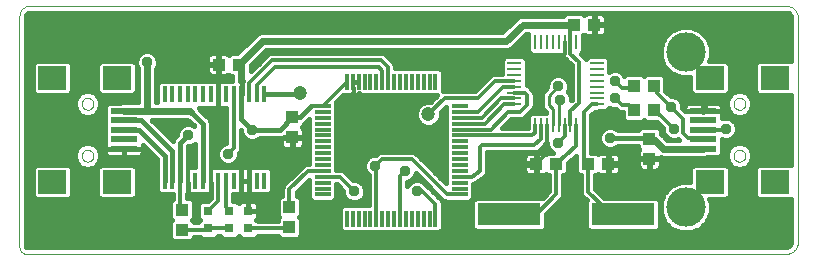
<source format=gtl>
G75*
%MOIN*%
%OFA0B0*%
%FSLAX24Y24*%
%IPPOS*%
%LPD*%
%AMOC8*
5,1,8,0,0,1.08239X$1,22.5*
%
%ADD10C,0.0000*%
%ADD11R,0.0394X0.0433*%
%ADD12R,0.0433X0.0394*%
%ADD13R,0.0315X0.0315*%
%ADD14R,0.0137X0.0550*%
%ADD15R,0.0118X0.0551*%
%ADD16R,0.0551X0.0118*%
%ADD17R,0.0945X0.0787*%
%ADD18R,0.0909X0.0197*%
%ADD19R,0.2100X0.0760*%
%ADD20R,0.0100X0.0450*%
%ADD21R,0.0450X0.0100*%
%ADD22C,0.1310*%
%ADD23C,0.0120*%
%ADD24C,0.0376*%
%ADD25C,0.0100*%
%ADD26C,0.0240*%
%ADD27C,0.0160*%
%ADD28C,0.0472*%
D10*
X000872Y000527D02*
X026208Y000527D01*
X026208Y000528D02*
X026246Y000530D01*
X026283Y000535D01*
X026320Y000545D01*
X026356Y000557D01*
X026390Y000574D01*
X026422Y000593D01*
X026453Y000616D01*
X026481Y000641D01*
X026506Y000669D01*
X026529Y000700D01*
X026548Y000732D01*
X026565Y000766D01*
X026577Y000802D01*
X026587Y000839D01*
X026592Y000876D01*
X026594Y000914D01*
X026594Y008399D01*
X026592Y008438D01*
X026586Y008476D01*
X026577Y008514D01*
X026564Y008551D01*
X026547Y008586D01*
X026527Y008619D01*
X026504Y008650D01*
X026478Y008679D01*
X026449Y008705D01*
X026418Y008728D01*
X026385Y008748D01*
X026350Y008765D01*
X026313Y008778D01*
X026275Y008787D01*
X026237Y008793D01*
X026198Y008795D01*
X000984Y008795D01*
X000949Y008793D01*
X000915Y008788D01*
X000881Y008779D01*
X000848Y008766D01*
X000817Y008750D01*
X000788Y008731D01*
X000761Y008709D01*
X000736Y008684D01*
X000714Y008657D01*
X000695Y008628D01*
X000679Y008597D01*
X000666Y008564D01*
X000657Y008530D01*
X000652Y008496D01*
X000650Y008461D01*
X000649Y008461D02*
X000649Y000750D01*
X000651Y000721D01*
X000657Y000692D01*
X000666Y000665D01*
X000679Y000639D01*
X000695Y000614D01*
X000714Y000592D01*
X000736Y000573D01*
X000760Y000557D01*
X000787Y000544D01*
X000814Y000535D01*
X000843Y000529D01*
X000872Y000527D01*
X002721Y003795D02*
X002723Y003822D01*
X002729Y003849D01*
X002738Y003875D01*
X002751Y003899D01*
X002767Y003922D01*
X002786Y003941D01*
X002808Y003958D01*
X002832Y003972D01*
X002857Y003982D01*
X002884Y003989D01*
X002911Y003992D01*
X002939Y003991D01*
X002966Y003986D01*
X002992Y003978D01*
X003016Y003966D01*
X003039Y003950D01*
X003060Y003932D01*
X003077Y003911D01*
X003092Y003887D01*
X003103Y003862D01*
X003111Y003836D01*
X003115Y003809D01*
X003115Y003781D01*
X003111Y003754D01*
X003103Y003728D01*
X003092Y003703D01*
X003077Y003679D01*
X003060Y003658D01*
X003039Y003640D01*
X003017Y003624D01*
X002992Y003612D01*
X002966Y003604D01*
X002939Y003599D01*
X002911Y003598D01*
X002884Y003601D01*
X002857Y003608D01*
X002832Y003618D01*
X002808Y003632D01*
X002786Y003649D01*
X002767Y003668D01*
X002751Y003691D01*
X002738Y003715D01*
X002729Y003741D01*
X002723Y003768D01*
X002721Y003795D01*
X002721Y005527D02*
X002723Y005554D01*
X002729Y005581D01*
X002738Y005607D01*
X002751Y005631D01*
X002767Y005654D01*
X002786Y005673D01*
X002808Y005690D01*
X002832Y005704D01*
X002857Y005714D01*
X002884Y005721D01*
X002911Y005724D01*
X002939Y005723D01*
X002966Y005718D01*
X002992Y005710D01*
X003016Y005698D01*
X003039Y005682D01*
X003060Y005664D01*
X003077Y005643D01*
X003092Y005619D01*
X003103Y005594D01*
X003111Y005568D01*
X003115Y005541D01*
X003115Y005513D01*
X003111Y005486D01*
X003103Y005460D01*
X003092Y005435D01*
X003077Y005411D01*
X003060Y005390D01*
X003039Y005372D01*
X003017Y005356D01*
X002992Y005344D01*
X002966Y005336D01*
X002939Y005331D01*
X002911Y005330D01*
X002884Y005333D01*
X002857Y005340D01*
X002832Y005350D01*
X002808Y005364D01*
X002786Y005381D01*
X002767Y005400D01*
X002751Y005423D01*
X002738Y005447D01*
X002729Y005473D01*
X002723Y005500D01*
X002721Y005527D01*
X024452Y005527D02*
X024454Y005554D01*
X024460Y005581D01*
X024469Y005607D01*
X024482Y005631D01*
X024498Y005654D01*
X024517Y005673D01*
X024539Y005690D01*
X024563Y005704D01*
X024588Y005714D01*
X024615Y005721D01*
X024642Y005724D01*
X024670Y005723D01*
X024697Y005718D01*
X024723Y005710D01*
X024747Y005698D01*
X024770Y005682D01*
X024791Y005664D01*
X024808Y005643D01*
X024823Y005619D01*
X024834Y005594D01*
X024842Y005568D01*
X024846Y005541D01*
X024846Y005513D01*
X024842Y005486D01*
X024834Y005460D01*
X024823Y005435D01*
X024808Y005411D01*
X024791Y005390D01*
X024770Y005372D01*
X024748Y005356D01*
X024723Y005344D01*
X024697Y005336D01*
X024670Y005331D01*
X024642Y005330D01*
X024615Y005333D01*
X024588Y005340D01*
X024563Y005350D01*
X024539Y005364D01*
X024517Y005381D01*
X024498Y005400D01*
X024482Y005423D01*
X024469Y005447D01*
X024460Y005473D01*
X024454Y005500D01*
X024452Y005527D01*
X024452Y003795D02*
X024454Y003822D01*
X024460Y003849D01*
X024469Y003875D01*
X024482Y003899D01*
X024498Y003922D01*
X024517Y003941D01*
X024539Y003958D01*
X024563Y003972D01*
X024588Y003982D01*
X024615Y003989D01*
X024642Y003992D01*
X024670Y003991D01*
X024697Y003986D01*
X024723Y003978D01*
X024747Y003966D01*
X024770Y003950D01*
X024791Y003932D01*
X024808Y003911D01*
X024823Y003887D01*
X024834Y003862D01*
X024842Y003836D01*
X024846Y003809D01*
X024846Y003781D01*
X024842Y003754D01*
X024834Y003728D01*
X024823Y003703D01*
X024808Y003679D01*
X024791Y003658D01*
X024770Y003640D01*
X024748Y003624D01*
X024723Y003612D01*
X024697Y003604D01*
X024670Y003599D01*
X024642Y003598D01*
X024615Y003601D01*
X024588Y003608D01*
X024563Y003618D01*
X024539Y003632D01*
X024517Y003649D01*
X024498Y003668D01*
X024482Y003691D01*
X024469Y003715D01*
X024460Y003741D01*
X024454Y003768D01*
X024452Y003795D01*
D11*
X021649Y003698D03*
X021649Y004367D03*
X021803Y005324D03*
X021134Y005324D03*
X021134Y006121D03*
X021803Y006121D03*
X009748Y005078D03*
X009748Y004408D03*
D12*
X009649Y002080D03*
X009649Y001410D03*
X006071Y001332D03*
X006071Y002001D03*
X017874Y003520D03*
X018543Y003520D03*
X019606Y003520D03*
X020275Y003520D03*
X007962Y006836D03*
X007293Y006836D03*
X019134Y008165D03*
X019803Y008165D03*
D13*
X008274Y001961D03*
X007649Y001961D03*
X006946Y001961D03*
X006946Y001371D03*
X007649Y001371D03*
X008274Y001371D03*
D14*
X008301Y002963D03*
X008045Y002963D03*
X007789Y002963D03*
X007533Y002963D03*
X007277Y002963D03*
X007022Y002963D03*
X006766Y002963D03*
X006510Y002963D03*
X006254Y002963D03*
X005998Y002963D03*
X005742Y002963D03*
X005486Y002963D03*
X008557Y002963D03*
X008813Y002963D03*
X008813Y005842D03*
X008557Y005842D03*
X008301Y005842D03*
X008045Y005842D03*
X007789Y005842D03*
X007533Y005842D03*
X007277Y005842D03*
X007022Y005842D03*
X006766Y005842D03*
X006510Y005842D03*
X006254Y005842D03*
X005998Y005842D03*
X005742Y005842D03*
X005486Y005842D03*
D15*
X011562Y006265D03*
X011759Y006265D03*
X011956Y006265D03*
X012152Y006265D03*
X012349Y006265D03*
X012546Y006265D03*
X012743Y006265D03*
X012940Y006265D03*
X013137Y006265D03*
X013334Y006265D03*
X013530Y006265D03*
X013727Y006265D03*
X013924Y006265D03*
X014121Y006265D03*
X014318Y006265D03*
X014515Y006265D03*
X014515Y001698D03*
X014318Y001698D03*
X014121Y001698D03*
X013924Y001698D03*
X013727Y001698D03*
X013530Y001698D03*
X013334Y001698D03*
X013137Y001698D03*
X012940Y001698D03*
X012743Y001698D03*
X012546Y001698D03*
X012349Y001698D03*
X012152Y001698D03*
X011956Y001698D03*
X011759Y001698D03*
X011562Y001698D03*
D16*
X010755Y002505D03*
X010755Y002702D03*
X010755Y002899D03*
X010755Y003095D03*
X010755Y003292D03*
X010755Y003489D03*
X010755Y003686D03*
X010755Y003883D03*
X010755Y004080D03*
X010755Y004276D03*
X010755Y004473D03*
X010755Y004670D03*
X010755Y004867D03*
X010755Y005064D03*
X010755Y005261D03*
X010755Y005458D03*
X015322Y005458D03*
X015322Y005261D03*
X015322Y005064D03*
X015322Y004867D03*
X015322Y004670D03*
X015322Y004473D03*
X015322Y004276D03*
X015322Y004080D03*
X015322Y003883D03*
X015322Y003686D03*
X015322Y003489D03*
X015322Y003292D03*
X015322Y003095D03*
X015322Y002899D03*
X015322Y002702D03*
X015322Y002505D03*
D17*
X023664Y002929D03*
X025830Y002929D03*
X025830Y006394D03*
X023664Y006394D03*
X003902Y006394D03*
X001737Y006394D03*
X001737Y002929D03*
X003902Y002929D03*
D18*
X004124Y004031D03*
X004124Y004346D03*
X004124Y004661D03*
X004124Y004976D03*
X004124Y005291D03*
X023442Y005291D03*
X023442Y004976D03*
X023442Y004661D03*
X023442Y004346D03*
X023442Y004031D03*
D19*
X020776Y001837D03*
X016976Y001837D03*
D20*
X017835Y004819D03*
X018031Y004819D03*
X018228Y004819D03*
X018425Y004819D03*
X018622Y004819D03*
X018819Y004819D03*
X019016Y004819D03*
X019212Y004819D03*
X019212Y007575D03*
X019016Y007575D03*
X018819Y007575D03*
X018622Y007575D03*
X018425Y007575D03*
X018228Y007575D03*
X018031Y007575D03*
X017835Y007575D03*
D21*
X017146Y006886D03*
X017146Y006689D03*
X017146Y006492D03*
X017146Y006295D03*
X017146Y006098D03*
X017146Y005901D03*
X017146Y005705D03*
X017146Y005508D03*
X019901Y005508D03*
X019901Y005705D03*
X019901Y005901D03*
X019901Y006098D03*
X019901Y006295D03*
X019901Y006492D03*
X019901Y006689D03*
X019901Y006886D03*
D22*
X022854Y007246D03*
X022854Y002076D03*
D23*
X020905Y001945D02*
X020776Y001837D01*
X020905Y001945D02*
X020256Y001945D01*
X019606Y002594D01*
X019606Y003520D01*
X019468Y003657D01*
X019468Y005252D01*
X019724Y005508D01*
X019901Y005508D01*
X020492Y005724D02*
X020728Y005488D01*
X020969Y005488D01*
X021134Y005324D01*
X021803Y005324D02*
X022074Y005087D01*
X022461Y004701D01*
X022775Y004543D02*
X022933Y004386D01*
X023403Y004386D01*
X023442Y004346D01*
X023403Y004307D01*
X022775Y004543D02*
X022775Y005016D01*
X022382Y005409D01*
X021909Y005882D01*
X021806Y006118D01*
X021803Y006121D01*
X021055Y006042D02*
X020725Y006042D01*
X020492Y006275D01*
X019311Y006905D02*
X019016Y007201D01*
X019016Y007575D01*
X019016Y008126D01*
X019134Y008165D01*
X018819Y007575D02*
X018819Y007201D01*
X018760Y007063D01*
X018602Y006905D01*
X019311Y006905D02*
X019311Y005567D01*
X019016Y005272D01*
X019016Y004819D01*
X019212Y004819D02*
X019212Y004110D01*
X018543Y003520D01*
X018543Y002516D01*
X017894Y001866D01*
X017241Y001866D01*
X016976Y001837D01*
X015322Y002505D02*
X014893Y002505D01*
X013720Y003677D01*
X012725Y003677D01*
X012511Y003462D01*
X012546Y003427D01*
X012546Y001698D01*
X013334Y001698D02*
X013334Y003133D01*
X013484Y003283D01*
X013903Y002606D02*
X014083Y002606D01*
X014515Y002174D01*
X014515Y001698D01*
X011807Y002606D02*
X011318Y003095D01*
X010755Y003095D01*
X010755Y003292D02*
X010265Y003292D01*
X009649Y002677D01*
X009649Y002080D01*
X009649Y001410D02*
X009610Y001371D01*
X008274Y001371D01*
X007649Y001371D02*
X006946Y001371D01*
X006906Y001332D01*
X006071Y001332D01*
X005998Y001849D02*
X006071Y002001D01*
X005998Y001849D02*
X005998Y002963D01*
X006254Y002963D02*
X006254Y003632D01*
X007603Y003856D02*
X007789Y004042D01*
X007789Y005842D01*
X008301Y005842D02*
X008301Y006211D01*
X009075Y006984D01*
X012697Y006984D01*
X012940Y006741D01*
X012940Y006265D01*
X012743Y006265D02*
X012743Y006623D01*
X012618Y006748D01*
X009153Y006748D01*
X008557Y006151D01*
X008557Y005842D01*
X007274Y005777D02*
X007274Y005152D01*
X007022Y004899D01*
X007022Y002963D01*
X007277Y002963D02*
X007277Y002293D01*
X006946Y001961D01*
X007533Y002078D02*
X007649Y001961D01*
X007533Y002078D02*
X007533Y002963D01*
X008045Y002963D02*
X008301Y002963D01*
X014272Y005173D02*
X014823Y005724D01*
X015925Y005724D01*
X016496Y006295D01*
X017146Y006295D01*
X017146Y006098D02*
X016772Y006098D01*
X015934Y005261D01*
X015322Y005261D01*
X015322Y005064D02*
X016052Y005064D01*
X016693Y005705D01*
X017146Y005705D01*
X017500Y005901D02*
X017579Y005823D01*
X017579Y005488D01*
X017342Y005252D01*
X016949Y005252D01*
X016367Y004670D01*
X015322Y004670D01*
X015322Y004473D02*
X017745Y004473D01*
X017835Y004563D01*
X017835Y004819D01*
X018031Y004819D02*
X018031Y004366D01*
X017815Y004149D01*
X016083Y004149D01*
X016004Y004071D01*
X016004Y003283D01*
X015737Y003095D01*
X015322Y003095D01*
X017342Y003520D02*
X017874Y003520D01*
X018228Y003874D01*
X018228Y004819D01*
X018819Y004819D02*
X018819Y004445D01*
X018602Y004228D01*
X016811Y005508D02*
X016170Y004867D01*
X015322Y004867D01*
X016811Y005508D02*
X017146Y005508D01*
X017146Y005901D02*
X017500Y005901D01*
X011837Y005576D02*
X011788Y005625D01*
X011837Y005576D02*
X011759Y006265D01*
X011562Y006265D02*
X010755Y005458D01*
X010383Y005458D01*
X008045Y006753D02*
X007962Y006836D01*
X023442Y004661D02*
X024153Y004661D01*
X024193Y004701D01*
D24*
X024193Y004701D03*
X022461Y004701D03*
X022382Y005409D03*
X022854Y005646D03*
X020492Y005724D03*
X020492Y006275D03*
X018602Y006118D03*
X018681Y005646D03*
X017264Y004858D03*
X018602Y004228D03*
X020335Y004386D03*
X017342Y003520D03*
X020256Y003047D03*
X021673Y002968D03*
X013903Y002606D03*
X013484Y003283D03*
X012511Y003462D03*
X011807Y002606D03*
X009269Y003026D03*
X008163Y002406D03*
X006591Y002397D03*
X006399Y003699D03*
X007603Y003856D03*
X008399Y003981D03*
X009741Y003893D03*
X008399Y004652D03*
X007274Y005152D03*
X005621Y004601D03*
X006274Y004481D03*
X004825Y003777D03*
X011788Y005625D03*
X006749Y006806D03*
X004901Y006905D03*
X018602Y006905D03*
X020413Y007614D03*
D25*
X021134Y006121D02*
X021055Y006042D01*
X023442Y005291D02*
X023615Y005567D01*
X023720Y005567D01*
X018681Y005646D02*
X018622Y005586D01*
X018622Y004819D01*
X018425Y004819D02*
X018425Y005350D01*
X018287Y005488D01*
X018287Y005803D01*
X018602Y006118D01*
X008051Y005842D02*
X008045Y005842D01*
X007277Y005842D02*
X007277Y005780D01*
X007274Y005777D01*
D26*
X006379Y005252D02*
X006339Y005291D01*
X004823Y005291D01*
X004901Y005370D01*
X004901Y006905D01*
X007962Y006836D02*
X008741Y007614D01*
X016870Y007614D01*
X017421Y008165D01*
X019134Y008165D01*
X022854Y005646D02*
X023012Y005646D01*
X021709Y004307D02*
X021649Y004367D01*
X021709Y004307D02*
X021831Y004307D01*
X022106Y004031D01*
X023442Y004031D01*
X008051Y006275D02*
X008045Y006281D01*
X008045Y006753D01*
X004823Y005291D02*
X004124Y005291D01*
D27*
X003596Y005570D02*
X003490Y005464D01*
X003490Y004173D01*
X003494Y004169D01*
X003490Y004154D01*
X003490Y004031D01*
X003490Y003909D01*
X003502Y003863D01*
X003526Y003822D01*
X003560Y003789D01*
X003601Y003765D01*
X003646Y003753D01*
X004124Y003753D01*
X004124Y004031D01*
X003490Y004031D01*
X004124Y004031D01*
X004124Y004031D01*
X004124Y004031D01*
X004124Y003753D01*
X004603Y003753D01*
X004648Y003765D01*
X004689Y003789D01*
X004723Y003822D01*
X004747Y003863D01*
X004759Y003909D01*
X004759Y004031D01*
X004125Y004031D01*
X004125Y004031D01*
X004759Y004031D01*
X004759Y004154D01*
X004756Y004163D01*
X005226Y003693D01*
X005226Y002911D01*
X005238Y002884D01*
X005238Y002614D01*
X005343Y002508D01*
X005758Y002508D01*
X005758Y002356D01*
X005674Y002272D01*
X005674Y001729D01*
X005737Y001666D01*
X005674Y001603D01*
X005674Y001060D01*
X005780Y000955D01*
X006362Y000955D01*
X006467Y001060D01*
X006467Y001092D01*
X006656Y001092D01*
X006714Y001033D01*
X007178Y001033D01*
X007275Y001131D01*
X007320Y001131D01*
X007417Y001033D01*
X007882Y001033D01*
X007962Y001114D01*
X008042Y001033D01*
X008507Y001033D01*
X008604Y001131D01*
X009261Y001131D01*
X009358Y001033D01*
X009941Y001033D01*
X010046Y001139D01*
X010046Y001682D01*
X009983Y001745D01*
X010046Y001808D01*
X010046Y002351D01*
X009941Y002456D01*
X009889Y002456D01*
X009889Y002578D01*
X010299Y002987D01*
X010299Y002371D01*
X010405Y002266D01*
X011105Y002266D01*
X011210Y002371D01*
X011210Y002855D01*
X011218Y002855D01*
X011439Y002635D01*
X011439Y002533D01*
X011495Y002398D01*
X011598Y002294D01*
X011734Y002238D01*
X011880Y002238D01*
X012015Y002294D01*
X012119Y002398D01*
X012175Y002533D01*
X012175Y002679D01*
X012119Y002815D01*
X012015Y002918D01*
X011880Y002974D01*
X011778Y002974D01*
X011454Y003299D01*
X011366Y003335D01*
X011210Y003335D01*
X011210Y005574D01*
X011446Y005809D01*
X011676Y005809D01*
X011759Y005809D01*
X011841Y005809D01*
X011857Y005813D01*
X011873Y005809D01*
X011956Y005809D01*
X014568Y005809D01*
X014348Y005589D01*
X014189Y005589D01*
X014036Y005526D01*
X013919Y005409D01*
X013855Y005256D01*
X013855Y005090D01*
X013919Y004937D01*
X014036Y004820D01*
X014189Y004757D01*
X014354Y004757D01*
X014507Y004820D01*
X014624Y004937D01*
X014688Y005090D01*
X014688Y005250D01*
X014866Y005428D01*
X014866Y002871D01*
X013924Y003813D01*
X013856Y003881D01*
X013768Y003917D01*
X012678Y003917D01*
X012589Y003881D01*
X012539Y003831D01*
X012437Y003831D01*
X012302Y003775D01*
X012199Y003671D01*
X012143Y003536D01*
X012143Y003389D01*
X012199Y003254D01*
X012302Y003150D01*
X012306Y003149D01*
X012306Y002153D01*
X011428Y002153D01*
X011323Y002048D01*
X011323Y001348D01*
X011428Y001242D01*
X014648Y001242D01*
X014754Y001348D01*
X014754Y001648D01*
X014755Y001650D01*
X014755Y002222D01*
X014718Y002310D01*
X014286Y002742D01*
X014219Y002810D01*
X014217Y002810D01*
X014215Y002815D01*
X014112Y002918D01*
X013977Y002974D01*
X013830Y002974D01*
X013695Y002918D01*
X013591Y002815D01*
X013574Y002772D01*
X013574Y002922D01*
X013693Y002971D01*
X013796Y003075D01*
X013851Y003207D01*
X014757Y002301D01*
X014845Y002265D01*
X015369Y002265D01*
X015372Y002266D01*
X015672Y002266D01*
X015777Y002371D01*
X015777Y002855D01*
X015785Y002855D01*
X015810Y002866D01*
X015836Y002872D01*
X015854Y002884D01*
X015873Y002892D01*
X015892Y002911D01*
X016120Y003072D01*
X016140Y003080D01*
X016159Y003099D01*
X016181Y003115D01*
X016192Y003132D01*
X016207Y003147D01*
X016218Y003172D01*
X016232Y003195D01*
X016236Y003216D01*
X016244Y003236D01*
X016244Y003263D01*
X016248Y003289D01*
X016244Y003310D01*
X016244Y003909D01*
X017863Y003909D01*
X017951Y003946D01*
X018018Y004014D01*
X018234Y004229D01*
X018234Y004155D01*
X018290Y004020D01*
X018394Y003916D01*
X018441Y003896D01*
X018252Y003896D01*
X018209Y003853D01*
X018201Y003860D01*
X018160Y003884D01*
X018114Y003896D01*
X017892Y003896D01*
X017892Y003538D01*
X017855Y003538D01*
X017855Y003501D01*
X017477Y003501D01*
X017477Y003299D01*
X017490Y003253D01*
X017513Y003212D01*
X017547Y003179D01*
X017588Y003155D01*
X017634Y003143D01*
X017855Y003143D01*
X017855Y003501D01*
X017892Y003501D01*
X017892Y003143D01*
X018114Y003143D01*
X018160Y003155D01*
X018201Y003179D01*
X018209Y003186D01*
X018252Y003143D01*
X018303Y003143D01*
X018303Y002615D01*
X018086Y002397D01*
X015851Y002397D01*
X015746Y002292D01*
X015746Y001383D01*
X015851Y001277D01*
X018100Y001277D01*
X018206Y001383D01*
X018206Y001839D01*
X018747Y002380D01*
X018783Y002468D01*
X018783Y003143D01*
X018834Y003143D01*
X018940Y003248D01*
X018940Y003549D01*
X019210Y003788D01*
X019210Y003248D01*
X019315Y003143D01*
X019366Y003143D01*
X019366Y002547D01*
X019403Y002458D01*
X019557Y002304D01*
X019546Y002292D01*
X019546Y001383D01*
X019651Y001277D01*
X021900Y001277D01*
X022006Y001383D01*
X022006Y002292D01*
X021900Y002397D01*
X020142Y002397D01*
X019846Y002694D01*
X019846Y003143D01*
X019897Y003143D01*
X019941Y003186D01*
X019948Y003179D01*
X019989Y003155D01*
X020035Y003143D01*
X020257Y003143D01*
X020257Y003501D01*
X020294Y003501D01*
X020294Y003538D01*
X020672Y003538D01*
X020672Y003740D01*
X020660Y003786D01*
X020636Y003827D01*
X020603Y003860D01*
X020561Y003884D01*
X020516Y003896D01*
X020294Y003896D01*
X020294Y003538D01*
X020257Y003538D01*
X020257Y003896D01*
X020035Y003896D01*
X019989Y003884D01*
X019948Y003860D01*
X019941Y003853D01*
X019897Y003896D01*
X019708Y003896D01*
X019708Y005152D01*
X019824Y005268D01*
X019949Y005268D01*
X019973Y005278D01*
X020201Y005278D01*
X020306Y005383D01*
X020306Y005403D01*
X020419Y005356D01*
X020521Y005356D01*
X020525Y005352D01*
X020592Y005285D01*
X020680Y005248D01*
X020757Y005248D01*
X020757Y005033D01*
X020862Y004927D01*
X021405Y004927D01*
X021468Y004990D01*
X021532Y004927D01*
X021892Y004927D01*
X021910Y004912D01*
X022092Y004729D01*
X022092Y004627D01*
X022148Y004492D01*
X022252Y004389D01*
X022387Y004333D01*
X022534Y004333D01*
X022614Y004366D01*
X022648Y004331D01*
X022230Y004331D01*
X022648Y004331D01*
X022230Y004331D02*
X022085Y004477D01*
X022025Y004536D01*
X022025Y004658D01*
X021920Y004764D01*
X021377Y004764D01*
X021272Y004658D01*
X021272Y004646D01*
X020595Y004646D01*
X020543Y004698D01*
X020408Y004754D01*
X020261Y004754D01*
X020126Y004698D01*
X020022Y004594D01*
X019966Y004459D01*
X019966Y004312D01*
X020022Y004177D01*
X020126Y004074D01*
X020261Y004018D01*
X020408Y004018D01*
X020543Y004074D01*
X020595Y004126D01*
X021272Y004126D01*
X021272Y004076D01*
X021315Y004032D01*
X021308Y004025D01*
X021284Y003984D01*
X021272Y003938D01*
X021272Y003716D01*
X021630Y003716D01*
X021630Y003679D01*
X021667Y003679D01*
X021667Y003301D01*
X021869Y003301D01*
X021915Y003313D01*
X021956Y003337D01*
X021989Y003371D01*
X022013Y003412D01*
X022025Y003457D01*
X022025Y003679D01*
X021667Y003679D01*
X021667Y003716D01*
X022025Y003716D01*
X022025Y003740D01*
X022047Y003731D01*
X023502Y003731D01*
X023554Y003753D01*
X023971Y003753D01*
X024077Y003858D01*
X024077Y004350D01*
X024120Y004333D01*
X024266Y004333D01*
X024401Y004389D01*
X024505Y004492D01*
X024561Y004627D01*
X024561Y004774D01*
X024505Y004909D01*
X024401Y005013D01*
X024266Y005069D01*
X024120Y005069D01*
X024077Y005051D01*
X024077Y005149D01*
X024072Y005153D01*
X024077Y005169D01*
X024077Y005291D01*
X023442Y005291D01*
X022839Y005291D01*
X023442Y005291D01*
X023442Y005291D01*
X023442Y005291D01*
X023442Y005255D01*
X023442Y005255D01*
X023442Y005291D01*
X023442Y005291D01*
X023442Y005570D01*
X022964Y005570D01*
X022918Y005557D01*
X022877Y005534D01*
X022844Y005500D01*
X022820Y005459D01*
X022808Y005413D01*
X022808Y005323D01*
X022750Y005381D01*
X022750Y005483D01*
X022694Y005618D01*
X022590Y005721D01*
X022455Y005777D01*
X022353Y005777D01*
X022180Y005951D01*
X022180Y006412D01*
X022074Y006517D01*
X021532Y006517D01*
X021468Y006454D01*
X021405Y006517D01*
X020862Y006517D01*
X020811Y006466D01*
X020804Y006484D01*
X020701Y006588D01*
X020565Y006644D01*
X020419Y006644D01*
X020306Y006597D01*
X020306Y007010D01*
X020201Y007116D01*
X019602Y007116D01*
X019518Y007032D01*
X019514Y007041D01*
X019362Y007194D01*
X019442Y007275D01*
X019442Y007806D01*
X019468Y007832D01*
X019476Y007824D01*
X019517Y007801D01*
X019563Y007788D01*
X019785Y007788D01*
X019785Y008147D01*
X019821Y008147D01*
X019821Y007788D01*
X020043Y007788D01*
X020089Y007801D01*
X020130Y007824D01*
X020164Y007858D01*
X020187Y007899D01*
X020200Y007945D01*
X020200Y008147D01*
X019821Y008147D01*
X019821Y008184D01*
X019785Y008184D01*
X019785Y008542D01*
X019563Y008542D01*
X019517Y008530D01*
X019476Y008506D01*
X019468Y008499D01*
X019425Y008542D01*
X018843Y008542D01*
X018766Y008465D01*
X017361Y008465D01*
X017251Y008420D01*
X017167Y008335D01*
X016746Y007914D01*
X008681Y007914D01*
X008571Y007868D01*
X007915Y007212D01*
X007671Y007212D01*
X007628Y007169D01*
X007620Y007176D01*
X007579Y007200D01*
X007533Y007212D01*
X007312Y007212D01*
X007312Y006854D01*
X007275Y006854D01*
X007275Y007212D01*
X007053Y007212D01*
X007007Y007200D01*
X006966Y007176D01*
X006933Y007143D01*
X006909Y007102D01*
X006897Y007056D01*
X006897Y006854D01*
X007275Y006854D01*
X007275Y006817D01*
X007312Y006817D01*
X007312Y006459D01*
X007533Y006459D01*
X007579Y006471D01*
X007620Y006495D01*
X007628Y006502D01*
X007671Y006459D01*
X007745Y006459D01*
X007745Y006297D01*
X007390Y006297D01*
X007386Y006292D01*
X007370Y006297D01*
X007277Y006297D01*
X007185Y006297D01*
X007169Y006292D01*
X007165Y006297D01*
X005343Y006297D01*
X005238Y006191D01*
X005238Y005591D01*
X005201Y005591D01*
X005201Y006685D01*
X005214Y006697D01*
X005270Y006832D01*
X005270Y006979D01*
X005214Y007114D01*
X005110Y007217D01*
X004975Y007274D01*
X004828Y007274D01*
X004693Y007217D01*
X004589Y007114D01*
X004533Y006979D01*
X004533Y006883D01*
X004449Y006967D01*
X003355Y006967D01*
X003250Y006862D01*
X003250Y005925D01*
X003355Y005820D01*
X004449Y005820D01*
X004555Y005925D01*
X004555Y006780D01*
X004589Y006697D01*
X004601Y006685D01*
X004601Y005591D01*
X004065Y005591D01*
X004013Y005570D01*
X003596Y005570D01*
X003490Y005441D02*
X003344Y005441D01*
X003345Y005443D02*
X003280Y005286D01*
X003160Y005166D01*
X003003Y005101D01*
X002833Y005101D01*
X002676Y005166D01*
X002556Y005286D01*
X002491Y005443D01*
X002491Y005612D01*
X002556Y005769D01*
X002676Y005889D01*
X002833Y005954D01*
X003003Y005954D01*
X003160Y005889D01*
X003280Y005769D01*
X003345Y005612D01*
X003345Y005443D01*
X003345Y005599D02*
X004601Y005599D01*
X004601Y005758D02*
X003285Y005758D01*
X003259Y005916D02*
X003094Y005916D01*
X003250Y006075D02*
X002390Y006075D01*
X002390Y006233D02*
X003250Y006233D01*
X003250Y006392D02*
X002390Y006392D01*
X002390Y006550D02*
X003250Y006550D01*
X003250Y006709D02*
X002390Y006709D01*
X002390Y006862D02*
X002284Y006967D01*
X001190Y006967D01*
X001085Y006862D01*
X001085Y005925D01*
X001190Y005820D01*
X002284Y005820D01*
X002390Y005925D01*
X002390Y006862D01*
X002384Y006867D02*
X003256Y006867D01*
X004553Y007026D02*
X000879Y007026D01*
X000879Y007184D02*
X004660Y007184D01*
X005143Y007184D02*
X006980Y007184D01*
X006897Y007026D02*
X005250Y007026D01*
X005270Y006867D02*
X006897Y006867D01*
X006897Y006817D02*
X006897Y006615D01*
X006909Y006569D01*
X006933Y006528D01*
X006966Y006495D01*
X007007Y006471D01*
X007053Y006459D01*
X007275Y006459D01*
X007275Y006817D01*
X006897Y006817D01*
X006897Y006709D02*
X005219Y006709D01*
X005201Y006550D02*
X006920Y006550D01*
X007275Y006550D02*
X007312Y006550D01*
X007312Y006709D02*
X007275Y006709D01*
X007275Y006867D02*
X007312Y006867D01*
X007312Y007026D02*
X007275Y007026D01*
X007275Y007184D02*
X007312Y007184D01*
X007606Y007184D02*
X007643Y007184D01*
X008046Y007343D02*
X000879Y007343D01*
X000879Y007501D02*
X008204Y007501D01*
X008363Y007660D02*
X000879Y007660D01*
X000879Y007818D02*
X008521Y007818D01*
X008865Y007314D02*
X016930Y007314D01*
X017040Y007360D01*
X017124Y007444D01*
X017545Y007865D01*
X017605Y007865D01*
X017605Y007275D01*
X017710Y007170D01*
X018776Y007170D01*
X018776Y007153D01*
X018812Y007065D01*
X018880Y006997D01*
X019071Y006806D01*
X019071Y005666D01*
X019049Y005644D01*
X019049Y005719D01*
X018993Y005854D01*
X018921Y005926D01*
X018970Y006045D01*
X018970Y006191D01*
X018914Y006327D01*
X018811Y006430D01*
X018675Y006486D01*
X018529Y006486D01*
X018394Y006430D01*
X018290Y006327D01*
X018234Y006191D01*
X018234Y006075D01*
X017666Y006075D01*
X017636Y006105D02*
X017703Y006037D01*
X017715Y006026D01*
X017782Y005959D01*
X017819Y005870D01*
X017819Y005440D01*
X017782Y005352D01*
X017715Y005285D01*
X017478Y005048D01*
X017390Y005012D01*
X017048Y005012D01*
X016750Y004713D01*
X017595Y004713D01*
X017595Y004867D01*
X017605Y004891D01*
X017605Y005118D01*
X017710Y005224D01*
X018195Y005224D01*
X018195Y005255D01*
X018057Y005393D01*
X018057Y005898D01*
X018192Y006033D01*
X018234Y006075D01*
X018252Y006233D02*
X017551Y006233D01*
X017551Y006140D02*
X017551Y007010D01*
X017445Y007116D01*
X016846Y007116D01*
X016741Y007010D01*
X016741Y006535D01*
X016448Y006535D01*
X016360Y006499D01*
X015826Y005964D01*
X014775Y005964D01*
X014754Y005955D01*
X014754Y006615D01*
X014648Y006720D01*
X013180Y006720D01*
X013180Y006789D01*
X013143Y006877D01*
X012833Y007188D01*
X012744Y007224D01*
X009027Y007224D01*
X008939Y007188D01*
X008871Y007120D01*
X008359Y006608D01*
X008359Y006808D01*
X008865Y007314D01*
X008936Y007184D02*
X008736Y007184D01*
X008777Y007026D02*
X008577Y007026D01*
X008619Y006867D02*
X008419Y006867D01*
X008460Y006709D02*
X008359Y006709D01*
X007745Y006392D02*
X005201Y006392D01*
X005201Y006233D02*
X005280Y006233D01*
X005238Y006075D02*
X005201Y006075D01*
X005201Y005916D02*
X005238Y005916D01*
X005238Y005758D02*
X005201Y005758D01*
X005201Y005599D02*
X005238Y005599D01*
X004601Y005916D02*
X004546Y005916D01*
X004555Y006075D02*
X004601Y006075D01*
X004601Y006233D02*
X004555Y006233D01*
X004555Y006392D02*
X004601Y006392D01*
X004601Y006550D02*
X004555Y006550D01*
X004555Y006709D02*
X004584Y006709D01*
X002742Y005916D02*
X002381Y005916D01*
X002552Y005758D02*
X000879Y005758D01*
X000879Y005599D02*
X002491Y005599D01*
X002492Y005441D02*
X000879Y005441D01*
X000879Y005282D02*
X002560Y005282D01*
X002777Y005124D02*
X000879Y005124D01*
X000879Y004965D02*
X003490Y004965D01*
X003490Y004807D02*
X000879Y004807D01*
X000879Y004648D02*
X003490Y004648D01*
X003490Y004490D02*
X000879Y004490D01*
X000879Y004331D02*
X003490Y004331D01*
X003491Y004173D02*
X003122Y004173D01*
X003160Y004157D02*
X003003Y004222D01*
X002833Y004222D01*
X002676Y004157D01*
X002556Y004037D01*
X002491Y003880D01*
X002491Y003710D01*
X002556Y003553D01*
X002676Y003433D01*
X002833Y003368D01*
X003003Y003368D01*
X003160Y003433D01*
X003280Y003553D01*
X003345Y003710D01*
X003345Y003880D01*
X003280Y004037D01*
X003160Y004157D01*
X003289Y004014D02*
X003490Y004014D01*
X003507Y003856D02*
X003345Y003856D01*
X003340Y003697D02*
X005222Y003697D01*
X005226Y003539D02*
X003266Y003539D01*
X003355Y003503D02*
X003250Y003397D01*
X003250Y002461D01*
X003355Y002355D01*
X004449Y002355D01*
X004555Y002461D01*
X004555Y003397D01*
X004449Y003503D01*
X003355Y003503D01*
X003250Y003380D02*
X003032Y003380D01*
X002804Y003380D02*
X002390Y003380D01*
X002390Y003397D02*
X002284Y003503D01*
X001190Y003503D01*
X001085Y003397D01*
X001085Y002461D01*
X001190Y002355D01*
X002284Y002355D01*
X002390Y002461D01*
X002390Y003397D01*
X002390Y003222D02*
X003250Y003222D01*
X003250Y003063D02*
X002390Y003063D01*
X002390Y002905D02*
X003250Y002905D01*
X003250Y002746D02*
X002390Y002746D01*
X002390Y002588D02*
X003250Y002588D01*
X003281Y002429D02*
X002358Y002429D01*
X001116Y002429D02*
X000879Y002429D01*
X000879Y002271D02*
X005674Y002271D01*
X005674Y002112D02*
X000879Y002112D01*
X000879Y001954D02*
X005674Y001954D01*
X005674Y001795D02*
X000879Y001795D01*
X000879Y001637D02*
X005708Y001637D01*
X005674Y001478D02*
X000879Y001478D01*
X000879Y001320D02*
X005674Y001320D01*
X005674Y001161D02*
X000879Y001161D01*
X000879Y001003D02*
X005731Y001003D01*
X006410Y001003D02*
X026364Y001003D01*
X026364Y000914D02*
X026361Y000883D01*
X026338Y000827D01*
X026295Y000784D01*
X026239Y000760D01*
X026208Y000757D01*
X000879Y000757D01*
X000879Y008461D01*
X000881Y008481D01*
X000897Y008519D01*
X000926Y008548D01*
X000963Y008563D01*
X000984Y008565D01*
X026198Y008565D01*
X026231Y008562D01*
X026291Y008537D01*
X026336Y008491D01*
X026361Y008431D01*
X026364Y008399D01*
X026364Y006967D01*
X025283Y006967D01*
X025177Y006862D01*
X025177Y005925D01*
X025283Y005820D01*
X026364Y005820D01*
X026364Y003503D01*
X025283Y003503D01*
X025177Y003397D01*
X025177Y002461D01*
X025283Y002355D01*
X026364Y002355D01*
X026364Y000914D01*
X026345Y000844D02*
X000879Y000844D01*
X004524Y002429D02*
X005758Y002429D01*
X006238Y002429D02*
X007037Y002429D01*
X007037Y002393D02*
X006944Y002299D01*
X006714Y002299D01*
X006608Y002194D01*
X006608Y001729D01*
X006672Y001666D01*
X006608Y001603D01*
X006608Y001572D01*
X006467Y001572D01*
X006467Y001603D01*
X006404Y001666D01*
X006467Y001729D01*
X006467Y002272D01*
X006362Y002378D01*
X006238Y002378D01*
X006238Y002508D01*
X006254Y002508D01*
X006346Y002508D01*
X006362Y002512D01*
X006367Y002508D01*
X006909Y002508D01*
X006913Y002512D01*
X006929Y002508D01*
X007022Y002508D01*
X007037Y002508D01*
X007037Y002393D01*
X007022Y002508D02*
X007022Y002901D01*
X007022Y002901D01*
X007022Y002508D01*
X007022Y002588D02*
X007022Y002588D01*
X007022Y002746D02*
X007022Y002746D01*
X006766Y002963D02*
X006766Y004865D01*
X006379Y005252D01*
X006648Y005387D02*
X006653Y005387D01*
X007165Y005387D01*
X007169Y005391D01*
X007185Y005387D01*
X007277Y005387D01*
X007277Y005842D01*
X007277Y006297D01*
X007277Y005842D01*
X007277Y005842D01*
X007277Y005842D01*
X007277Y005387D01*
X007370Y005387D01*
X007386Y005391D01*
X007390Y005387D01*
X007549Y005387D01*
X007549Y004224D01*
X007530Y004224D01*
X007395Y004168D01*
X007291Y004065D01*
X007235Y003929D01*
X007235Y003783D01*
X007291Y003648D01*
X007395Y003544D01*
X007530Y003488D01*
X007676Y003488D01*
X007812Y003544D01*
X007915Y003648D01*
X007971Y003783D01*
X007971Y003885D01*
X007993Y003906D01*
X008029Y003994D01*
X008029Y004655D01*
X008031Y004653D01*
X008031Y004579D01*
X008087Y004444D01*
X008191Y004340D01*
X008326Y004284D01*
X008473Y004284D01*
X008608Y004340D01*
X008660Y004392D01*
X009374Y004392D01*
X009457Y004427D01*
X009729Y004427D01*
X009729Y004390D01*
X009371Y004390D01*
X009371Y004168D01*
X009383Y004122D01*
X009407Y004081D01*
X009441Y004048D01*
X009482Y004024D01*
X009527Y004012D01*
X009729Y004012D01*
X009729Y004390D01*
X009766Y004390D01*
X009766Y004012D01*
X009968Y004012D01*
X010014Y004024D01*
X010055Y004048D01*
X010089Y004081D01*
X010112Y004122D01*
X010125Y004168D01*
X010125Y004390D01*
X009766Y004390D01*
X009766Y004427D01*
X010125Y004427D01*
X010125Y004649D01*
X010112Y004694D01*
X010089Y004735D01*
X010081Y004743D01*
X010125Y004787D01*
X010125Y004847D01*
X010150Y004857D01*
X010299Y005006D01*
X010299Y003532D01*
X010217Y003532D01*
X010129Y003496D01*
X010061Y003428D01*
X009446Y002813D01*
X009409Y002725D01*
X009409Y002456D01*
X009358Y002456D01*
X009253Y002351D01*
X009253Y001808D01*
X009316Y001745D01*
X009253Y001682D01*
X009253Y001611D01*
X008604Y001611D01*
X008549Y001666D01*
X008576Y001693D01*
X008600Y001735D01*
X008612Y001780D01*
X008612Y001961D01*
X008275Y001961D01*
X008275Y001962D01*
X008274Y001962D02*
X008274Y001962D01*
X008274Y002299D01*
X008093Y002299D01*
X008048Y002287D01*
X008006Y002263D01*
X007973Y002229D01*
X007965Y002216D01*
X007882Y002299D01*
X007773Y002299D01*
X007773Y002508D01*
X007932Y002508D01*
X007937Y002512D01*
X007953Y002508D01*
X008045Y002508D01*
X008045Y002963D01*
X008045Y002963D01*
X008045Y003418D01*
X007953Y003418D01*
X007937Y003414D01*
X007932Y003418D01*
X007134Y003418D01*
X007130Y003414D01*
X007114Y003418D01*
X007026Y003418D01*
X007026Y004917D01*
X006986Y005012D01*
X006673Y005325D01*
X006648Y005387D01*
X006716Y005282D02*
X007549Y005282D01*
X007549Y005124D02*
X006874Y005124D01*
X007005Y004965D02*
X007549Y004965D01*
X007549Y004807D02*
X007026Y004807D01*
X007026Y004648D02*
X007549Y004648D01*
X007549Y004490D02*
X007026Y004490D01*
X007026Y004331D02*
X007549Y004331D01*
X007406Y004173D02*
X007026Y004173D01*
X007026Y004014D02*
X007270Y004014D01*
X007235Y003856D02*
X007026Y003856D01*
X007026Y003697D02*
X007271Y003697D01*
X007407Y003539D02*
X007026Y003539D01*
X006506Y003539D02*
X006258Y003539D01*
X006258Y003418D02*
X006258Y004097D01*
X006274Y004113D01*
X006348Y004113D01*
X006483Y004169D01*
X006506Y004192D01*
X006506Y003418D01*
X006367Y003418D01*
X006362Y003414D01*
X006346Y003418D01*
X006258Y003418D01*
X006258Y003697D02*
X006506Y003697D01*
X006506Y003856D02*
X006258Y003856D01*
X006258Y004014D02*
X006506Y004014D01*
X006506Y004173D02*
X006487Y004173D01*
X006274Y004481D02*
X005998Y004205D01*
X005998Y002963D01*
X005742Y002963D02*
X005742Y003939D01*
X004705Y004976D01*
X004124Y004976D01*
X003490Y005124D02*
X003059Y005124D01*
X003277Y005282D02*
X003490Y005282D01*
X004124Y004661D02*
X004626Y004661D01*
X005486Y003801D01*
X005486Y002963D01*
X005229Y002905D02*
X004555Y002905D01*
X004555Y003063D02*
X005226Y003063D01*
X005226Y003222D02*
X004555Y003222D01*
X004555Y003380D02*
X005226Y003380D01*
X005064Y003856D02*
X004742Y003856D01*
X004759Y004014D02*
X004905Y004014D01*
X004124Y004014D02*
X004124Y004014D01*
X004124Y003856D02*
X004124Y003856D01*
X002715Y004173D02*
X000879Y004173D01*
X000879Y004014D02*
X002547Y004014D01*
X002491Y003856D02*
X000879Y003856D01*
X000879Y003697D02*
X002497Y003697D01*
X002571Y003539D02*
X000879Y003539D01*
X000879Y003380D02*
X001085Y003380D01*
X001085Y003222D02*
X000879Y003222D01*
X000879Y003063D02*
X001085Y003063D01*
X001085Y002905D02*
X000879Y002905D01*
X000879Y002746D02*
X001085Y002746D01*
X001085Y002588D02*
X000879Y002588D01*
X004555Y002588D02*
X005263Y002588D01*
X005238Y002746D02*
X004555Y002746D01*
X006254Y002746D02*
X006254Y002746D01*
X006254Y002588D02*
X006254Y002588D01*
X006254Y002508D02*
X006254Y002901D01*
X006254Y002901D01*
X006254Y002508D01*
X006467Y002271D02*
X006686Y002271D01*
X006608Y002112D02*
X006467Y002112D01*
X006467Y001954D02*
X006608Y001954D01*
X006608Y001795D02*
X006467Y001795D01*
X006433Y001637D02*
X006642Y001637D01*
X008274Y001962D02*
X008274Y002299D01*
X008456Y002299D01*
X008501Y002287D01*
X008542Y002263D01*
X008576Y002229D01*
X008600Y002188D01*
X008612Y002143D01*
X008612Y001962D01*
X008275Y001962D01*
X008274Y002112D02*
X008274Y002112D01*
X008274Y002271D02*
X008274Y002271D01*
X008020Y002271D02*
X007910Y002271D01*
X007773Y002429D02*
X009331Y002429D01*
X009061Y002614D02*
X008956Y002508D01*
X008414Y002508D01*
X008410Y002512D01*
X008393Y002508D01*
X008301Y002508D01*
X008301Y002963D01*
X008045Y002963D01*
X008045Y002963D01*
X008045Y002508D01*
X008137Y002508D01*
X008173Y002518D01*
X008209Y002508D01*
X008301Y002508D01*
X008301Y002963D01*
X008301Y002963D01*
X008301Y002963D01*
X008294Y002963D01*
X008045Y002963D01*
X008045Y002963D01*
X008045Y003418D01*
X008137Y003418D01*
X008173Y003408D01*
X008209Y003418D01*
X008301Y003418D01*
X008301Y002963D01*
X008301Y002963D01*
X008301Y003418D01*
X008393Y003418D01*
X008410Y003414D01*
X008414Y003418D01*
X008956Y003418D01*
X009061Y003313D01*
X009061Y002614D01*
X009036Y002588D02*
X009409Y002588D01*
X009418Y002746D02*
X009061Y002746D01*
X009061Y002905D02*
X009538Y002905D01*
X009696Y003063D02*
X009061Y003063D01*
X009061Y003222D02*
X009855Y003222D01*
X010013Y003380D02*
X008994Y003380D01*
X008301Y003380D02*
X008301Y003380D01*
X008045Y003380D02*
X008045Y003380D01*
X008045Y003222D02*
X008045Y003222D01*
X008045Y003063D02*
X008045Y003063D01*
X008301Y003063D02*
X008301Y003063D01*
X008301Y003222D02*
X008301Y003222D01*
X008301Y002905D02*
X008301Y002905D01*
X008045Y002905D02*
X008045Y002905D01*
X008045Y002746D02*
X008045Y002746D01*
X008045Y002588D02*
X008045Y002588D01*
X008301Y002588D02*
X008301Y002588D01*
X008301Y002746D02*
X008301Y002746D01*
X008529Y002271D02*
X009253Y002271D01*
X009253Y002112D02*
X008612Y002112D01*
X008612Y001954D02*
X009253Y001954D01*
X009266Y001795D02*
X008612Y001795D01*
X008578Y001637D02*
X009253Y001637D01*
X010046Y001637D02*
X011323Y001637D01*
X011323Y001795D02*
X010033Y001795D01*
X010046Y001954D02*
X011323Y001954D01*
X011387Y002112D02*
X010046Y002112D01*
X010046Y002271D02*
X010399Y002271D01*
X010299Y002429D02*
X009968Y002429D01*
X009900Y002588D02*
X010299Y002588D01*
X010299Y002746D02*
X010058Y002746D01*
X010217Y002905D02*
X010299Y002905D01*
X011210Y002746D02*
X011327Y002746D01*
X011439Y002588D02*
X011210Y002588D01*
X011210Y002429D02*
X011482Y002429D01*
X011654Y002271D02*
X011110Y002271D01*
X011960Y002271D02*
X012306Y002271D01*
X012306Y002429D02*
X012132Y002429D01*
X012175Y002588D02*
X012306Y002588D01*
X012306Y002746D02*
X012147Y002746D01*
X012029Y002905D02*
X012306Y002905D01*
X012306Y003063D02*
X011689Y003063D01*
X011531Y003222D02*
X012231Y003222D01*
X012146Y003380D02*
X011210Y003380D01*
X011210Y003539D02*
X012144Y003539D01*
X012225Y003697D02*
X011210Y003697D01*
X011210Y003856D02*
X012565Y003856D01*
X013881Y003856D02*
X014866Y003856D01*
X014866Y003697D02*
X014039Y003697D01*
X014198Y003539D02*
X014866Y003539D01*
X014866Y003380D02*
X014356Y003380D01*
X014515Y003222D02*
X014866Y003222D01*
X014866Y003063D02*
X014673Y003063D01*
X014832Y002905D02*
X014866Y002905D01*
X014312Y002746D02*
X014282Y002746D01*
X014440Y002588D02*
X014470Y002588D01*
X014599Y002429D02*
X014629Y002429D01*
X014734Y002271D02*
X014830Y002271D01*
X014755Y002112D02*
X015746Y002112D01*
X015746Y002271D02*
X015677Y002271D01*
X015777Y002429D02*
X018118Y002429D01*
X018276Y002588D02*
X015777Y002588D01*
X015777Y002746D02*
X018303Y002746D01*
X018303Y002905D02*
X015886Y002905D01*
X016108Y003063D02*
X018303Y003063D01*
X017892Y003222D02*
X017855Y003222D01*
X017508Y003222D02*
X016238Y003222D01*
X016244Y003380D02*
X017477Y003380D01*
X017855Y003380D02*
X017892Y003380D01*
X017892Y003539D02*
X017855Y003539D01*
X017855Y003538D02*
X017855Y003896D01*
X017634Y003896D01*
X017588Y003884D01*
X017547Y003860D01*
X017513Y003827D01*
X017490Y003786D01*
X017477Y003740D01*
X017477Y003538D01*
X017855Y003538D01*
X017477Y003539D02*
X016244Y003539D01*
X016244Y003697D02*
X017477Y003697D01*
X017855Y003697D02*
X017892Y003697D01*
X017892Y003856D02*
X017855Y003856D01*
X017542Y003856D02*
X016244Y003856D01*
X014866Y004014D02*
X011210Y004014D01*
X011210Y004173D02*
X014866Y004173D01*
X014866Y004331D02*
X011210Y004331D01*
X011210Y004490D02*
X014866Y004490D01*
X014866Y004648D02*
X011210Y004648D01*
X011210Y004807D02*
X014068Y004807D01*
X013907Y004965D02*
X011210Y004965D01*
X011210Y005124D02*
X013855Y005124D01*
X013866Y005282D02*
X011210Y005282D01*
X011210Y005441D02*
X013951Y005441D01*
X014358Y005599D02*
X011236Y005599D01*
X011395Y005758D02*
X014517Y005758D01*
X014754Y006075D02*
X015936Y006075D01*
X016095Y006233D02*
X014754Y006233D01*
X014754Y006392D02*
X016253Y006392D01*
X016741Y006550D02*
X014754Y006550D01*
X014660Y006709D02*
X016741Y006709D01*
X016741Y006867D02*
X013147Y006867D01*
X012994Y007026D02*
X016756Y007026D01*
X016999Y007343D02*
X017605Y007343D01*
X017605Y007501D02*
X017182Y007501D01*
X017340Y007660D02*
X017605Y007660D01*
X017605Y007818D02*
X017499Y007818D01*
X016967Y008135D02*
X000879Y008135D01*
X000879Y007977D02*
X016809Y007977D01*
X017126Y008294D02*
X000879Y008294D01*
X000879Y008452D02*
X017331Y008452D01*
X019455Y007818D02*
X019486Y007818D01*
X019785Y007818D02*
X019821Y007818D01*
X020120Y007818D02*
X022245Y007818D01*
X022146Y007719D02*
X022019Y007412D01*
X022019Y007080D01*
X022146Y006773D01*
X022381Y006538D01*
X022688Y006411D01*
X023012Y006411D01*
X023012Y005925D01*
X023117Y005820D01*
X024211Y005820D01*
X024317Y005925D01*
X024317Y006862D01*
X024211Y006967D01*
X023642Y006967D01*
X023689Y007080D01*
X023689Y007412D01*
X023562Y007719D01*
X023327Y007954D01*
X023020Y008081D01*
X022688Y008081D01*
X022381Y007954D01*
X022146Y007719D01*
X022122Y007660D02*
X019442Y007660D01*
X019442Y007501D02*
X022056Y007501D01*
X022019Y007343D02*
X019442Y007343D01*
X019371Y007184D02*
X022019Y007184D01*
X022042Y007026D02*
X020291Y007026D01*
X020306Y006867D02*
X022107Y006867D01*
X022211Y006709D02*
X020306Y006709D01*
X020738Y006550D02*
X022369Y006550D01*
X022180Y006392D02*
X023012Y006392D01*
X023012Y006233D02*
X022180Y006233D01*
X022180Y006075D02*
X023012Y006075D01*
X023021Y005916D02*
X022214Y005916D01*
X022502Y005758D02*
X024282Y005758D01*
X024287Y005769D02*
X024222Y005612D01*
X024222Y005443D01*
X024287Y005286D01*
X024407Y005166D01*
X024564Y005101D01*
X024733Y005101D01*
X024890Y005166D01*
X025010Y005286D01*
X025075Y005443D01*
X025075Y005612D01*
X025010Y005769D01*
X024890Y005889D01*
X024733Y005954D01*
X024564Y005954D01*
X024407Y005889D01*
X024287Y005769D01*
X024222Y005599D02*
X022701Y005599D01*
X022750Y005441D02*
X022815Y005441D01*
X022839Y005291D02*
X022839Y005291D01*
X023442Y005291D02*
X023442Y005291D01*
X024077Y005291D01*
X024077Y005413D01*
X024064Y005459D01*
X024041Y005500D01*
X024007Y005534D01*
X023966Y005557D01*
X023920Y005570D01*
X023442Y005570D01*
X023442Y005291D01*
X023442Y005282D02*
X023442Y005282D01*
X023442Y005441D02*
X023442Y005441D01*
X024069Y005441D02*
X024222Y005441D01*
X024290Y005282D02*
X024077Y005282D01*
X024077Y005124D02*
X024507Y005124D01*
X024790Y005124D02*
X026364Y005124D01*
X026364Y005282D02*
X025007Y005282D01*
X025075Y005441D02*
X026364Y005441D01*
X026364Y005599D02*
X025075Y005599D01*
X025015Y005758D02*
X026364Y005758D01*
X025186Y005916D02*
X024825Y005916D01*
X024472Y005916D02*
X024308Y005916D01*
X024317Y006075D02*
X025177Y006075D01*
X025177Y006233D02*
X024317Y006233D01*
X024317Y006392D02*
X025177Y006392D01*
X025177Y006550D02*
X024317Y006550D01*
X024317Y006709D02*
X025177Y006709D01*
X025183Y006867D02*
X024311Y006867D01*
X023667Y007026D02*
X026364Y007026D01*
X026364Y007184D02*
X023689Y007184D01*
X023689Y007343D02*
X026364Y007343D01*
X026364Y007501D02*
X023652Y007501D01*
X023587Y007660D02*
X026364Y007660D01*
X026364Y007818D02*
X023463Y007818D01*
X023272Y007977D02*
X026364Y007977D01*
X026364Y008135D02*
X020200Y008135D01*
X020200Y008184D02*
X020200Y008386D01*
X020187Y008432D01*
X020164Y008473D01*
X020130Y008506D01*
X020089Y008530D01*
X020043Y008542D01*
X019821Y008542D01*
X019821Y008184D01*
X020200Y008184D01*
X020200Y008294D02*
X026364Y008294D01*
X026352Y008452D02*
X020175Y008452D01*
X019821Y008452D02*
X019785Y008452D01*
X019785Y008294D02*
X019821Y008294D01*
X019821Y008135D02*
X019785Y008135D01*
X019785Y007977D02*
X019821Y007977D01*
X020200Y007977D02*
X022436Y007977D01*
X019009Y006867D02*
X017551Y006867D01*
X017551Y006709D02*
X019071Y006709D01*
X019071Y006550D02*
X017551Y006550D01*
X017551Y006392D02*
X018356Y006392D01*
X018849Y006392D02*
X019071Y006392D01*
X019071Y006233D02*
X018953Y006233D01*
X018970Y006075D02*
X019071Y006075D01*
X019071Y005916D02*
X018931Y005916D01*
X019033Y005758D02*
X019071Y005758D01*
X018075Y005916D02*
X017800Y005916D01*
X017819Y005758D02*
X018057Y005758D01*
X018057Y005599D02*
X017819Y005599D01*
X017819Y005441D02*
X018057Y005441D01*
X018168Y005282D02*
X017712Y005282D01*
X017610Y005124D02*
X017554Y005124D01*
X017605Y004965D02*
X017002Y004965D01*
X016843Y004807D02*
X017595Y004807D01*
X018178Y004173D02*
X018234Y004173D01*
X018295Y004014D02*
X018019Y004014D01*
X018018Y004014D02*
X018018Y004014D01*
X018205Y003856D02*
X018212Y003856D01*
X018940Y003539D02*
X019210Y003539D01*
X019210Y003697D02*
X019108Y003697D01*
X019210Y003380D02*
X018940Y003380D01*
X018914Y003222D02*
X019236Y003222D01*
X019366Y003063D02*
X018783Y003063D01*
X018783Y002905D02*
X019366Y002905D01*
X019846Y002905D02*
X022673Y002905D01*
X022688Y002911D02*
X022381Y002784D01*
X022146Y002549D01*
X022019Y002242D01*
X022019Y001910D01*
X022146Y001603D01*
X022381Y001368D01*
X022688Y001241D01*
X023020Y001241D01*
X023327Y001368D01*
X023562Y001603D01*
X023689Y001910D01*
X023689Y002242D01*
X023642Y002355D01*
X024211Y002355D01*
X024317Y002461D01*
X024317Y003397D01*
X024211Y003503D01*
X023117Y003503D01*
X023012Y003397D01*
X023012Y002911D01*
X022688Y002911D01*
X023012Y003063D02*
X019846Y003063D01*
X020257Y003222D02*
X020294Y003222D01*
X020294Y003143D02*
X020516Y003143D01*
X020561Y003155D01*
X020603Y003179D01*
X020636Y003212D01*
X020660Y003253D01*
X020672Y003299D01*
X020672Y003501D01*
X020294Y003501D01*
X020294Y003143D01*
X020642Y003222D02*
X023012Y003222D01*
X023012Y003380D02*
X021995Y003380D01*
X021667Y003380D02*
X021630Y003380D01*
X021630Y003301D02*
X021428Y003301D01*
X021382Y003313D01*
X021341Y003337D01*
X021308Y003371D01*
X021284Y003412D01*
X021272Y003457D01*
X021272Y003679D01*
X021630Y003679D01*
X021630Y003301D01*
X021302Y003380D02*
X020672Y003380D01*
X020294Y003380D02*
X020257Y003380D01*
X020257Y003539D02*
X020294Y003539D01*
X020672Y003539D02*
X021272Y003539D01*
X021630Y003539D02*
X021667Y003539D01*
X022025Y003539D02*
X024301Y003539D01*
X024287Y003553D02*
X024407Y003433D01*
X024564Y003368D01*
X024733Y003368D01*
X024890Y003433D01*
X025010Y003553D01*
X025075Y003710D01*
X025075Y003880D01*
X025010Y004037D01*
X024890Y004157D01*
X024733Y004222D01*
X024564Y004222D01*
X024407Y004157D01*
X024287Y004037D01*
X024222Y003880D01*
X024222Y003710D01*
X024287Y003553D01*
X024227Y003697D02*
X021667Y003697D01*
X021630Y003697D02*
X020672Y003697D01*
X020294Y003697D02*
X020257Y003697D01*
X020257Y003856D02*
X020294Y003856D01*
X020607Y003856D02*
X021272Y003856D01*
X021302Y004014D02*
X019708Y004014D01*
X019708Y004173D02*
X020027Y004173D01*
X019966Y004331D02*
X019708Y004331D01*
X019708Y004490D02*
X019979Y004490D01*
X020335Y004386D02*
X021630Y004386D01*
X021649Y004367D01*
X022072Y004490D02*
X022151Y004490D01*
X022092Y004648D02*
X022025Y004648D01*
X022015Y004807D02*
X019708Y004807D01*
X019708Y004648D02*
X020077Y004648D01*
X020592Y004648D02*
X021272Y004648D01*
X021443Y004965D02*
X021493Y004965D01*
X020824Y004965D02*
X019708Y004965D01*
X019708Y005124D02*
X020757Y005124D01*
X020597Y005282D02*
X020206Y005282D01*
X017636Y006105D02*
X017551Y006140D01*
X017535Y007026D02*
X018851Y007026D01*
X017695Y007184D02*
X012836Y007184D01*
X011913Y006265D02*
X011802Y006265D01*
X011802Y006265D01*
X011913Y006265D01*
X011913Y006265D01*
X011956Y005872D02*
X011956Y005872D01*
X011956Y005809D01*
X011956Y005872D01*
X011956Y005872D01*
X011759Y005872D02*
X011759Y005809D01*
X011759Y005872D01*
X011759Y005872D01*
X011759Y005872D01*
X010383Y005458D02*
X010003Y005078D01*
X009748Y005078D01*
X009323Y004652D01*
X008399Y004652D01*
X008045Y005007D01*
X008045Y005842D01*
X008051Y005848D01*
X008051Y006275D01*
X007277Y006233D02*
X007277Y006233D01*
X007277Y006075D02*
X007277Y006075D01*
X007277Y005916D02*
X007277Y005916D01*
X007277Y005758D02*
X007277Y005758D01*
X007277Y005599D02*
X007277Y005599D01*
X007277Y005441D02*
X007277Y005441D01*
X006460Y004803D02*
X006305Y004958D01*
X006224Y004991D01*
X005057Y004991D01*
X005754Y004295D01*
X005777Y004352D01*
X005906Y004481D01*
X005906Y004554D01*
X005962Y004690D01*
X006066Y004793D01*
X006201Y004849D01*
X006348Y004849D01*
X006460Y004803D01*
X006456Y004807D02*
X006450Y004807D01*
X006099Y004807D02*
X005242Y004807D01*
X005400Y004648D02*
X005945Y004648D01*
X005906Y004490D02*
X005559Y004490D01*
X005717Y004331D02*
X005769Y004331D01*
X006286Y004965D02*
X005083Y004965D01*
X008029Y004648D02*
X008031Y004648D01*
X008029Y004490D02*
X008068Y004490D01*
X008029Y004331D02*
X008213Y004331D01*
X008029Y004173D02*
X009371Y004173D01*
X009371Y004331D02*
X008586Y004331D01*
X008029Y004014D02*
X009518Y004014D01*
X009729Y004014D02*
X009766Y004014D01*
X009978Y004014D02*
X010299Y004014D01*
X010299Y003856D02*
X007971Y003856D01*
X007936Y003697D02*
X010299Y003697D01*
X010299Y003539D02*
X007799Y003539D01*
X009729Y004173D02*
X009766Y004173D01*
X009766Y004331D02*
X009729Y004331D01*
X010125Y004331D02*
X010299Y004331D01*
X010299Y004173D02*
X010125Y004173D01*
X010125Y004490D02*
X010299Y004490D01*
X010299Y004648D02*
X010125Y004648D01*
X010125Y004807D02*
X010299Y004807D01*
X010299Y004965D02*
X010258Y004965D01*
X009748Y005078D02*
X009748Y005094D01*
X009978Y005842D02*
X008813Y005842D01*
X009978Y005842D02*
X010011Y005875D01*
X014475Y004807D02*
X014866Y004807D01*
X014866Y004965D02*
X014636Y004965D01*
X014688Y005124D02*
X014866Y005124D01*
X014866Y005282D02*
X014720Y005282D01*
X019938Y003856D02*
X019944Y003856D01*
X019846Y002746D02*
X022343Y002746D01*
X022185Y002588D02*
X019952Y002588D01*
X020111Y002429D02*
X022097Y002429D01*
X022031Y002271D02*
X022006Y002271D01*
X022006Y002112D02*
X022019Y002112D01*
X022006Y001954D02*
X022019Y001954D01*
X022006Y001795D02*
X022067Y001795D01*
X022006Y001637D02*
X022132Y001637D01*
X022006Y001478D02*
X022271Y001478D01*
X022498Y001320D02*
X021943Y001320D01*
X023210Y001320D02*
X026364Y001320D01*
X026364Y001161D02*
X010046Y001161D01*
X010046Y001320D02*
X011350Y001320D01*
X011323Y001478D02*
X010046Y001478D01*
X013574Y002905D02*
X013682Y002905D01*
X013785Y003063D02*
X013995Y003063D01*
X014125Y002905D02*
X014153Y002905D01*
X014755Y001954D02*
X015746Y001954D01*
X015746Y001795D02*
X014755Y001795D01*
X014754Y001637D02*
X015746Y001637D01*
X015746Y001478D02*
X014754Y001478D01*
X014726Y001320D02*
X015809Y001320D01*
X018143Y001320D02*
X019609Y001320D01*
X019546Y001478D02*
X018206Y001478D01*
X018206Y001637D02*
X019546Y001637D01*
X019546Y001795D02*
X018206Y001795D01*
X018321Y001954D02*
X019546Y001954D01*
X019546Y002112D02*
X018479Y002112D01*
X018638Y002271D02*
X019546Y002271D01*
X019432Y002429D02*
X018767Y002429D01*
X018783Y002588D02*
X019366Y002588D01*
X019366Y002746D02*
X018783Y002746D01*
X023437Y001478D02*
X026364Y001478D01*
X026364Y001637D02*
X023576Y001637D01*
X023642Y001795D02*
X026364Y001795D01*
X026364Y001954D02*
X023689Y001954D01*
X023689Y002112D02*
X026364Y002112D01*
X026364Y002271D02*
X023677Y002271D01*
X024285Y002429D02*
X025208Y002429D01*
X025177Y002588D02*
X024317Y002588D01*
X024317Y002746D02*
X025177Y002746D01*
X025177Y002905D02*
X024317Y002905D01*
X024317Y003063D02*
X025177Y003063D01*
X025177Y003222D02*
X024317Y003222D01*
X024317Y003380D02*
X024534Y003380D01*
X024763Y003380D02*
X025177Y003380D01*
X024996Y003539D02*
X026364Y003539D01*
X026364Y003697D02*
X025070Y003697D01*
X025075Y003856D02*
X026364Y003856D01*
X026364Y004014D02*
X025020Y004014D01*
X024852Y004173D02*
X026364Y004173D01*
X026364Y004331D02*
X024077Y004331D01*
X024077Y004173D02*
X024445Y004173D01*
X024277Y004014D02*
X024077Y004014D01*
X024074Y003856D02*
X024222Y003856D01*
X024503Y004490D02*
X026364Y004490D01*
X026364Y004648D02*
X024561Y004648D01*
X024547Y004807D02*
X026364Y004807D01*
X026364Y004965D02*
X024449Y004965D01*
X001094Y005916D02*
X000879Y005916D01*
X000879Y006075D02*
X001085Y006075D01*
X001085Y006233D02*
X000879Y006233D01*
X000879Y006392D02*
X001085Y006392D01*
X001085Y006550D02*
X000879Y006550D01*
X000879Y006709D02*
X001085Y006709D01*
X001090Y006867D02*
X000879Y006867D01*
D28*
X010011Y005875D03*
X014272Y005173D03*
M02*

</source>
